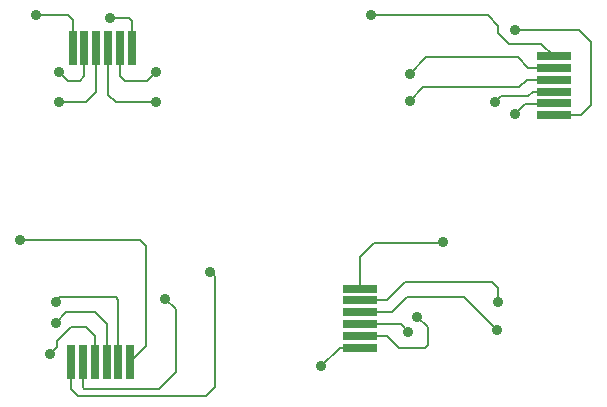
<source format=gbl>
G04 (created by PCBNEW-RS274X (2011-06-08)-testing) date Sa 02 Jul 2011 11:16:49 CEST*
G01*
G70*
G90*
%MOIN*%
G04 Gerber Fmt 3.4, Leading zero omitted, Abs format*
%FSLAX34Y34*%
G04 APERTURE LIST*
%ADD10C,0.006000*%
%ADD11R,0.031500X0.118100*%
%ADD12R,0.118100X0.031500*%
%ADD13C,0.035000*%
%ADD14C,0.008000*%
G04 APERTURE END LIST*
G54D10*
G54D11*
X18184Y-20900D03*
X17791Y-20900D03*
X17397Y-20900D03*
X17003Y-20900D03*
X16609Y-20900D03*
X16216Y-20900D03*
G54D12*
X25850Y-20434D03*
X25850Y-20041D03*
X25850Y-19647D03*
X25850Y-19253D03*
X25850Y-18859D03*
X25850Y-18466D03*
X32300Y-10716D03*
X32300Y-11109D03*
X32300Y-11503D03*
X32300Y-11897D03*
X32300Y-12291D03*
X32300Y-12684D03*
G54D11*
X16266Y-10450D03*
X16659Y-10450D03*
X17053Y-10450D03*
X17447Y-10450D03*
X17841Y-10450D03*
X18234Y-10450D03*
G54D13*
X27750Y-19400D03*
X15800Y-12250D03*
X19050Y-12250D03*
X17500Y-09450D03*
X30450Y-18900D03*
X26200Y-09350D03*
X24550Y-21050D03*
X27450Y-19900D03*
X15700Y-19600D03*
X30400Y-19850D03*
X28600Y-16900D03*
X14500Y-16850D03*
X15500Y-20650D03*
X19350Y-18800D03*
X27500Y-11300D03*
X27500Y-12200D03*
X30350Y-12250D03*
X31000Y-09850D03*
X19050Y-11250D03*
X31000Y-12650D03*
X15800Y-11250D03*
X15700Y-18900D03*
X20850Y-17900D03*
X15050Y-09350D03*
G54D14*
X26741Y-20041D02*
X25850Y-20041D01*
X27150Y-20450D02*
X26741Y-20041D01*
X28000Y-20450D02*
X27150Y-20450D01*
X28100Y-20350D02*
X28000Y-20450D01*
X28100Y-19750D02*
X28100Y-20350D01*
X27750Y-19400D02*
X28100Y-19750D01*
X17053Y-11897D02*
X17053Y-10450D01*
X16700Y-12250D02*
X17053Y-11897D01*
X15800Y-12250D02*
X16700Y-12250D01*
X17447Y-11997D02*
X17447Y-10450D01*
X17700Y-12250D02*
X17447Y-11997D01*
X19050Y-12250D02*
X17700Y-12250D01*
X18234Y-09534D02*
X18234Y-10450D01*
X18150Y-09450D02*
X18234Y-09534D01*
X17500Y-09450D02*
X18150Y-09450D01*
X25850Y-18859D02*
X26741Y-18859D01*
X30450Y-18450D02*
X30450Y-18900D01*
X30250Y-18250D02*
X30450Y-18450D01*
X27350Y-18250D02*
X30250Y-18250D01*
X26741Y-18859D02*
X27350Y-18250D01*
X31884Y-10300D02*
X32300Y-10716D01*
X30800Y-10300D02*
X31884Y-10300D01*
X30450Y-09950D02*
X30800Y-10300D01*
X30450Y-09700D02*
X30450Y-09950D01*
X30100Y-09350D02*
X30450Y-09700D01*
X26200Y-09350D02*
X30100Y-09350D01*
X25166Y-20434D02*
X25850Y-20434D01*
X24550Y-21050D02*
X25166Y-20434D01*
X27197Y-19647D02*
X25850Y-19647D01*
X27450Y-19900D02*
X27197Y-19647D01*
X17397Y-19647D02*
X17397Y-20900D01*
X17000Y-19250D02*
X17397Y-19647D01*
X16050Y-19250D02*
X17000Y-19250D01*
X15700Y-19600D02*
X16050Y-19250D01*
X26897Y-19253D02*
X25850Y-19253D01*
X27400Y-18750D02*
X26897Y-19253D01*
X29300Y-18750D02*
X27400Y-18750D01*
X30400Y-19850D02*
X29300Y-18750D01*
X25850Y-17400D02*
X25850Y-18466D01*
X26300Y-16950D02*
X25850Y-17400D01*
X28550Y-16950D02*
X26300Y-16950D01*
X28600Y-16900D02*
X28550Y-16950D01*
X18050Y-16850D02*
X18500Y-16850D01*
X18700Y-20384D02*
X18184Y-20900D01*
X18700Y-17050D02*
X18700Y-20384D01*
X18500Y-16850D02*
X18700Y-17050D01*
X14500Y-16850D02*
X18050Y-16850D01*
X17003Y-20053D02*
X17003Y-20900D01*
X16700Y-19750D02*
X17003Y-20053D01*
X16200Y-19750D02*
X16700Y-19750D01*
X15750Y-20200D02*
X16200Y-19750D01*
X15750Y-20400D02*
X15750Y-20200D01*
X15500Y-20650D02*
X15750Y-20400D01*
X16609Y-21759D02*
X16609Y-20900D01*
X16650Y-21800D02*
X16609Y-21759D01*
X19150Y-21800D02*
X16650Y-21800D01*
X19700Y-21250D02*
X19150Y-21800D01*
X19700Y-19150D02*
X19700Y-21250D01*
X19350Y-18800D02*
X19700Y-19150D01*
X31459Y-11109D02*
X32300Y-11109D01*
X31100Y-10750D02*
X31459Y-11109D01*
X28050Y-10750D02*
X31100Y-10750D01*
X27500Y-11300D02*
X28050Y-10750D01*
X31397Y-11503D02*
X32300Y-11503D01*
X31150Y-11750D02*
X31397Y-11503D01*
X27950Y-11750D02*
X31150Y-11750D01*
X27500Y-12200D02*
X27950Y-11750D01*
X31603Y-11897D02*
X32300Y-11897D01*
X31450Y-12050D02*
X31603Y-11897D01*
X30550Y-12050D02*
X31450Y-12050D01*
X30350Y-12250D02*
X30550Y-12050D01*
X33216Y-12684D02*
X32300Y-12684D01*
X33550Y-12350D02*
X33216Y-12684D01*
X33550Y-10250D02*
X33550Y-12350D01*
X33150Y-09850D02*
X33550Y-10250D01*
X31000Y-09850D02*
X33150Y-09850D01*
X17841Y-11391D02*
X17841Y-10450D01*
X18000Y-11550D02*
X17841Y-11391D01*
X18750Y-11550D02*
X18000Y-11550D01*
X19050Y-11250D02*
X18750Y-11550D01*
X32291Y-12300D02*
X32300Y-12291D01*
X31350Y-12300D02*
X32291Y-12300D01*
X31000Y-12650D02*
X31350Y-12300D01*
X16659Y-11391D02*
X16659Y-10450D01*
X16500Y-11550D02*
X16659Y-11391D01*
X16100Y-11550D02*
X16500Y-11550D01*
X15800Y-11250D02*
X16100Y-11550D01*
X17791Y-18841D02*
X17791Y-20900D01*
X17700Y-18750D02*
X17791Y-18841D01*
X15850Y-18750D02*
X17700Y-18750D01*
X15700Y-18900D02*
X15850Y-18750D01*
X16216Y-21816D02*
X16216Y-20900D01*
X16450Y-22050D02*
X16216Y-21816D01*
X20700Y-22050D02*
X16450Y-22050D01*
X21000Y-21750D02*
X20700Y-22050D01*
X21000Y-18050D02*
X21000Y-21750D01*
X20850Y-17900D02*
X21000Y-18050D01*
X16266Y-09516D02*
X16266Y-10450D01*
X16100Y-09350D02*
X16266Y-09516D01*
X15050Y-09350D02*
X16100Y-09350D01*
M02*

</source>
